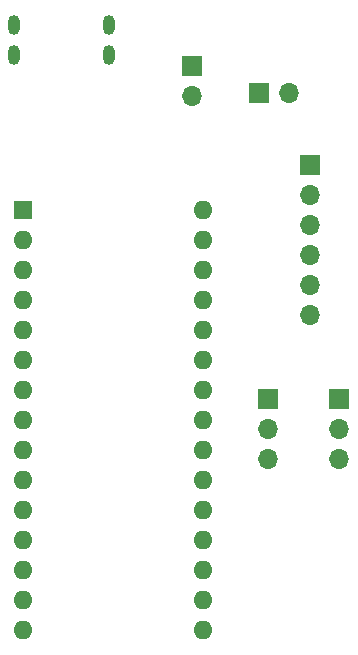
<source format=gbr>
%TF.GenerationSoftware,KiCad,Pcbnew,8.0.1*%
%TF.CreationDate,2024-06-10T20:51:59+02:00*%
%TF.ProjectId,PCB_Plaque_Haute,5043425f-506c-4617-9175-655f48617574,C.Roche*%
%TF.SameCoordinates,Original*%
%TF.FileFunction,Soldermask,Bot*%
%TF.FilePolarity,Negative*%
%FSLAX46Y46*%
G04 Gerber Fmt 4.6, Leading zero omitted, Abs format (unit mm)*
G04 Created by KiCad (PCBNEW 8.0.1) date 2024-06-10 20:51:59*
%MOMM*%
%LPD*%
G01*
G04 APERTURE LIST*
%ADD10R,1.700000X1.700000*%
%ADD11O,1.700000X1.700000*%
%ADD12O,1.000000X1.700000*%
%ADD13R,1.600000X1.600000*%
%ADD14O,1.600000X1.600000*%
G04 APERTURE END LIST*
D10*
%TO.C,Servomoteur2*%
X197500000Y-107460000D03*
D11*
X197500000Y-110000000D03*
X197500000Y-112540000D03*
%TD*%
D10*
%TO.C,Servomoteur1*%
X191500000Y-107460000D03*
D11*
X191500000Y-110000000D03*
X191500000Y-112540000D03*
%TD*%
D10*
%TO.C,Inter_Input1*%
X195000000Y-87650000D03*
D11*
X195000000Y-90190000D03*
X195000000Y-92730000D03*
X195000000Y-95270000D03*
X195000000Y-97810000D03*
X195000000Y-100350000D03*
%TD*%
D10*
%TO.C,Bloc_pile1*%
X190725000Y-81500000D03*
D11*
X193265000Y-81500000D03*
%TD*%
D10*
%TO.C,Inter_Cap_Vol1*%
X185000000Y-79225000D03*
D11*
X185000000Y-81765000D03*
%TD*%
D12*
%TO.C,Octocoupleur1*%
X170000000Y-75800000D03*
X170000000Y-78340000D03*
X178000000Y-78340000D03*
X178000000Y-75800000D03*
%TD*%
D13*
%TO.C,Arduino_Nano1*%
X170760000Y-91440000D03*
D14*
X170760000Y-93980000D03*
X170760000Y-96520000D03*
X170760000Y-99060000D03*
X170760000Y-101600000D03*
X170760000Y-104140000D03*
X170760000Y-106680000D03*
X170760000Y-109220000D03*
X170760000Y-111760000D03*
X170760000Y-114300000D03*
X170760000Y-116840000D03*
X170760000Y-119380000D03*
X170760000Y-121920000D03*
X170760000Y-124460000D03*
X170760000Y-127000000D03*
X186000000Y-127000000D03*
X186000000Y-124460000D03*
X186000000Y-121920000D03*
X186000000Y-119380000D03*
X186000000Y-116840000D03*
X186000000Y-114300000D03*
X186000000Y-111760000D03*
X186000000Y-109220000D03*
X186000000Y-106680000D03*
X186000000Y-104140000D03*
X186000000Y-101600000D03*
X186000000Y-99060000D03*
X186000000Y-96520000D03*
X186000000Y-93980000D03*
X186000000Y-91440000D03*
%TD*%
M02*

</source>
